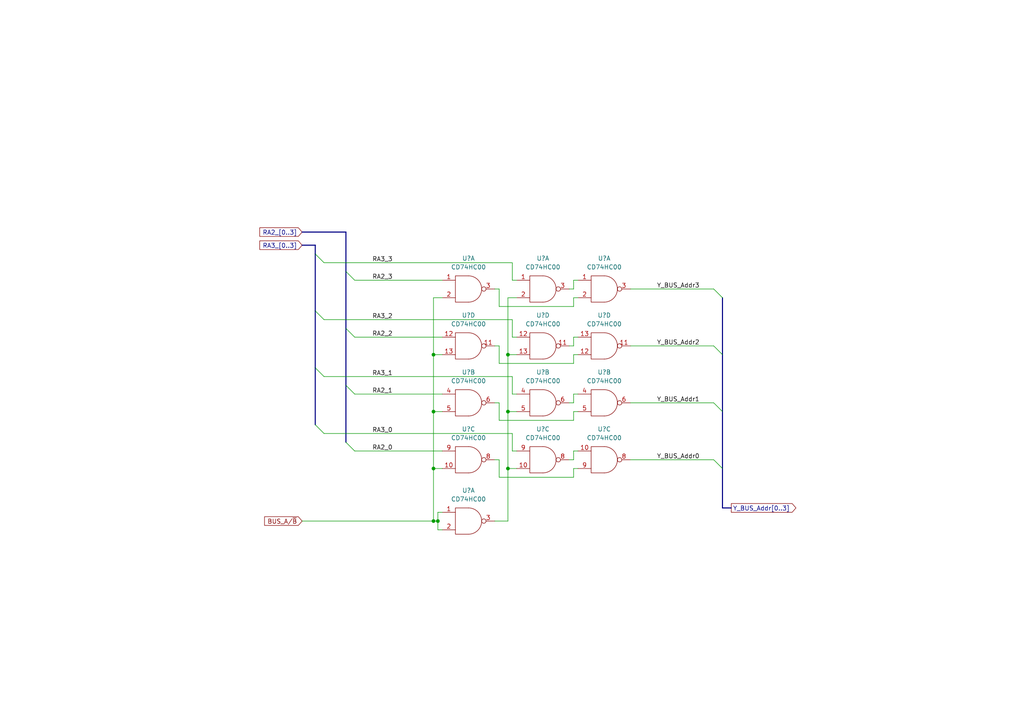
<source format=kicad_sch>
(kicad_sch (version 20211123) (generator eeschema)
  (paper "A4")
  (lib_symbols
    (symbol "CD74HCxx:CD74HC00" (pin_names (offset 0.762))
      (property "Reference" "U" (at -2.54 6.985 0))
      (property "Value" "CD74HC00" (at 1.27 5.08 0))
      (symbol "CD74HC00_0_0"
        (pin power_in line (at -2.54 2.54 0) (length 0) hide (name "VCC") (number "14"))
        (pin power_in line (at -2.54 -2.54 0) (length 0) hide (name "GND") (number "7"))
      )
      (symbol "CD74HC00_0_1"
        (arc (start 0 -3.81) (mid 3.81 0) (end 0 3.81))
        (polyline (pts (xy 0 3.81) (xy -3.81 3.81) (xy -3.81 -3.81) (xy 0 -3.81)))
      )
      (symbol "CD74HC00_0_2"
        (arc (start -4.445 -3.81) (mid -3.175 0) (end -4.445 3.81))
        (arc (start -3.175 -3.81) (mid 0.803 -2.7954) (end 3.81 0))
        (polyline (pts (xy -4.445 -3.81) (xy -3.175 -3.81)))
        (polyline (pts (xy -4.445 3.81) (xy -3.175 3.81)))
        (arc (start 3.81 0) (mid 0.8099 2.8117) (end -3.175 3.81))
      )
      (symbol "CD74HC00_1_1"
        (pin input line (at -7.62 2.54 0) (length 3.81) (name "~") (number "1"))
        (pin input line (at -7.62 -2.54 0) (length 3.81) (name "~") (number "2"))
        (pin output inverted (at 7.62 0 180) (length 3.81) (name "~") (number "3"))
      )
      (symbol "CD74HC00_1_2"
        (pin input inverted (at -7.62 2.54 0) (length 3.81) (name "~") (number "1"))
        (pin input inverted (at -7.62 -2.54 0) (length 3.81) (name "~") (number "2"))
        (pin output line (at 7.62 0 180) (length 3.81) (name "~") (number "3"))
      )
      (symbol "CD74HC00_2_1"
        (pin input line (at -7.62 2.54 0) (length 3.81) (name "~") (number "4"))
        (pin input line (at -7.62 -2.54 0) (length 3.81) (name "~") (number "5"))
        (pin output inverted (at 7.62 0 180) (length 3.81) (name "~") (number "6"))
      )
      (symbol "CD74HC00_2_2"
        (pin input inverted (at -7.62 2.54 0) (length 3.81) (name "~") (number "4"))
        (pin input inverted (at -7.62 -2.54 0) (length 3.81) (name "~") (number "5"))
        (pin output line (at 7.62 0 180) (length 3.81) (name "~") (number "6"))
      )
      (symbol "CD74HC00_3_1"
        (pin input line (at -7.62 -2.54 0) (length 3.81) (name "~") (number "10"))
        (pin output inverted (at 7.62 0 180) (length 3.81) (name "~") (number "8"))
        (pin input line (at -7.62 2.54 0) (length 3.81) (name "~") (number "9"))
      )
      (symbol "CD74HC00_3_2"
        (pin input inverted (at -7.62 -2.54 0) (length 3.81) (name "~") (number "10"))
        (pin output line (at 7.62 0 180) (length 3.81) (name "~") (number "8"))
        (pin input inverted (at -7.62 2.54 0) (length 3.81) (name "~") (number "9"))
      )
      (symbol "CD74HC00_4_1"
        (pin output inverted (at 7.62 0 180) (length 3.81) (name "~") (number "11"))
        (pin input line (at -7.62 2.54 0) (length 3.81) (name "~") (number "12"))
        (pin input line (at -7.62 -2.54 0) (length 3.81) (name "~") (number "13"))
      )
      (symbol "CD74HC00_4_2"
        (pin output line (at 7.62 0 180) (length 3.81) (name "~") (number "11"))
        (pin input inverted (at -7.62 2.54 0) (length 3.81) (name "~") (number "12"))
        (pin input inverted (at -7.62 -2.54 0) (length 3.81) (name "~") (number "13"))
      )
    )
  )
  (junction (at 147.32 135.89))
  (junction (at 125.73 102.87))
  (junction (at 125.73 135.89))
  (junction (at 125.73 151.13))
  (junction (at 147.32 119.38))
  (junction (at 125.73 119.38))
  (junction (at 147.32 102.87))
  (junction (at 127 151.13))
  (bus_entry (at 207.01 133.35) (size 2.54 2.54))
  (bus_entry (at 93.98 92.71) (size -2.54 -2.54))
  (bus_entry (at 93.98 109.22) (size -2.54 -2.54))
  (bus_entry (at 207.01 100.33) (size 2.54 2.54))
  (bus_entry (at 207.01 116.84) (size 2.54 2.54))
  (bus_entry (at 207.01 83.82) (size 2.54 2.54))
  (bus_entry (at 102.87 81.28) (size -2.54 -2.54))
  (bus_entry (at 93.98 125.73) (size -2.54 -2.54))
  (bus_entry (at 102.87 130.81) (size -2.54 -2.54))
  (bus_entry (at 102.87 114.3) (size -2.54 -2.54))
  (bus_entry (at 93.98 76.2) (size -2.54 -2.54))
  (bus_entry (at 102.87 97.79) (size -2.54 -2.54))
  (bus (pts (xy 87.63 71.12) (xy 91.44 71.12)))
  (wire (pts (xy 144.78 100.33) (xy 144.78 105.41)))
  (bus (pts (xy 91.44 90.17) (xy 91.44 106.68)))
  (bus (pts (xy 91.44 73.66) (xy 91.44 71.12)))
  (bus (pts (xy 209.55 147.32) (xy 212.09 147.32)))
  (wire (pts (xy 127 153.67) (xy 128.27 153.67)))
  (wire (pts (xy 182.88 116.84) (xy 207.01 116.84)))
  (wire (pts (xy 148.59 97.79) (xy 148.59 92.71)))
  (wire (pts (xy 166.37 81.28) (xy 167.64 81.28)))
  (wire (pts (xy 147.32 102.87) (xy 147.32 119.38)))
  (wire (pts (xy 87.63 151.13) (xy 125.73 151.13)))
  (wire (pts (xy 144.78 121.92) (xy 166.37 121.92)))
  (wire (pts (xy 182.88 133.35) (xy 207.01 133.35)))
  (bus (pts (xy 209.55 102.87) (xy 209.55 86.36)))
  (wire (pts (xy 125.73 86.36) (xy 128.27 86.36)))
  (wire (pts (xy 143.51 100.33) (xy 144.78 100.33)))
  (wire (pts (xy 166.37 114.3) (xy 167.64 114.3)))
  (wire (pts (xy 102.87 81.28) (xy 128.27 81.28)))
  (wire (pts (xy 166.37 133.35) (xy 166.37 130.81)))
  (wire (pts (xy 143.51 133.35) (xy 144.78 133.35)))
  (wire (pts (xy 149.86 81.28) (xy 148.59 81.28)))
  (wire (pts (xy 165.1 133.35) (xy 166.37 133.35)))
  (wire (pts (xy 166.37 88.9) (xy 166.37 86.36)))
  (wire (pts (xy 125.73 102.87) (xy 125.73 119.38)))
  (bus (pts (xy 87.63 67.31) (xy 100.33 67.31)))
  (wire (pts (xy 93.98 76.2) (xy 148.59 76.2)))
  (wire (pts (xy 148.59 114.3) (xy 148.59 109.22)))
  (bus (pts (xy 100.33 78.74) (xy 100.33 95.25)))
  (wire (pts (xy 125.73 119.38) (xy 125.73 135.89)))
  (bus (pts (xy 209.55 119.38) (xy 209.55 102.87)))
  (wire (pts (xy 102.87 97.79) (xy 128.27 97.79)))
  (wire (pts (xy 143.51 116.84) (xy 144.78 116.84)))
  (wire (pts (xy 143.51 151.13) (xy 147.32 151.13)))
  (wire (pts (xy 166.37 121.92) (xy 166.37 119.38)))
  (wire (pts (xy 166.37 119.38) (xy 167.64 119.38)))
  (wire (pts (xy 166.37 83.82) (xy 166.37 81.28)))
  (wire (pts (xy 147.32 135.89) (xy 149.86 135.89)))
  (wire (pts (xy 147.32 86.36) (xy 149.86 86.36)))
  (wire (pts (xy 149.86 97.79) (xy 148.59 97.79)))
  (wire (pts (xy 148.59 81.28) (xy 148.59 76.2)))
  (wire (pts (xy 102.87 114.3) (xy 128.27 114.3)))
  (wire (pts (xy 93.98 92.71) (xy 148.59 92.71)))
  (wire (pts (xy 166.37 100.33) (xy 166.37 97.79)))
  (wire (pts (xy 144.78 105.41) (xy 166.37 105.41)))
  (wire (pts (xy 182.88 100.33) (xy 207.01 100.33)))
  (wire (pts (xy 147.32 86.36) (xy 147.32 102.87)))
  (wire (pts (xy 144.78 116.84) (xy 144.78 121.92)))
  (wire (pts (xy 147.32 119.38) (xy 147.32 135.89)))
  (wire (pts (xy 125.73 86.36) (xy 125.73 102.87)))
  (wire (pts (xy 127 151.13) (xy 127 153.67)))
  (wire (pts (xy 125.73 135.89) (xy 128.27 135.89)))
  (bus (pts (xy 100.33 67.31) (xy 100.33 78.74)))
  (wire (pts (xy 148.59 130.81) (xy 148.59 125.73)))
  (wire (pts (xy 166.37 97.79) (xy 167.64 97.79)))
  (wire (pts (xy 149.86 130.81) (xy 148.59 130.81)))
  (wire (pts (xy 166.37 105.41) (xy 166.37 102.87)))
  (wire (pts (xy 143.51 83.82) (xy 144.78 83.82)))
  (wire (pts (xy 125.73 102.87) (xy 128.27 102.87)))
  (wire (pts (xy 165.1 83.82) (xy 166.37 83.82)))
  (wire (pts (xy 147.32 135.89) (xy 147.32 151.13)))
  (wire (pts (xy 165.1 100.33) (xy 166.37 100.33)))
  (wire (pts (xy 166.37 102.87) (xy 167.64 102.87)))
  (wire (pts (xy 166.37 130.81) (xy 167.64 130.81)))
  (wire (pts (xy 144.78 88.9) (xy 166.37 88.9)))
  (wire (pts (xy 93.98 125.73) (xy 148.59 125.73)))
  (wire (pts (xy 102.87 130.81) (xy 128.27 130.81)))
  (wire (pts (xy 166.37 135.89) (xy 167.64 135.89)))
  (wire (pts (xy 93.98 109.22) (xy 148.59 109.22)))
  (wire (pts (xy 149.86 114.3) (xy 148.59 114.3)))
  (wire (pts (xy 165.1 116.84) (xy 166.37 116.84)))
  (wire (pts (xy 125.73 151.13) (xy 127 151.13)))
  (wire (pts (xy 127 148.59) (xy 127 151.13)))
  (bus (pts (xy 100.33 95.25) (xy 100.33 111.76)))
  (wire (pts (xy 125.73 135.89) (xy 125.73 151.13)))
  (wire (pts (xy 166.37 138.43) (xy 166.37 135.89)))
  (bus (pts (xy 100.33 111.76) (xy 100.33 128.27)))
  (wire (pts (xy 144.78 138.43) (xy 166.37 138.43)))
  (wire (pts (xy 144.78 133.35) (xy 144.78 138.43)))
  (wire (pts (xy 147.32 119.38) (xy 149.86 119.38)))
  (bus (pts (xy 91.44 106.68) (xy 91.44 123.19)))
  (wire (pts (xy 144.78 83.82) (xy 144.78 88.9)))
  (wire (pts (xy 128.27 148.59) (xy 127 148.59)))
  (bus (pts (xy 91.44 73.66) (xy 91.44 90.17)))
  (wire (pts (xy 166.37 116.84) (xy 166.37 114.3)))
  (bus (pts (xy 209.55 135.89) (xy 209.55 119.38)))
  (bus (pts (xy 209.55 147.32) (xy 209.55 135.89)))
  (wire (pts (xy 125.73 119.38) (xy 128.27 119.38)))
  (wire (pts (xy 166.37 86.36) (xy 167.64 86.36)))
  (wire (pts (xy 182.88 83.82) (xy 207.01 83.82)))
  (wire (pts (xy 147.32 102.87) (xy 149.86 102.87)))
  (label "RA2_0" (at 107.95 130.81 0))
  (label "RA3_3" (at 107.95 76.2 0))
  (label "RA3_1" (at 107.95 109.22 0))
  (label "RA3_0" (at 107.95 125.73 0))
  (label "Y_BUS_Addr3" (at 190.5 83.82 0))
  (label "Y_BUS_Addr2" (at 190.5 100.33 0))
  (label "Y_BUS_Addr1" (at 190.5 116.84 0))
  (label "RA2_1" (at 107.95 114.3 0))
  (label "RA2_2" (at 107.95 97.79 0))
  (label "RA3_2" (at 107.95 92.71 0))
  (label "RA2_3" (at 107.95 81.28 0))
  (label "Y_BUS_Addr0" (at 190.5 133.35 0))
  (global_label "Y_BUS_Addr[0..3]" (shape output) (at 212.09 147.32 0) (property "Intersheet References" "${INTERSHEET_REFS}" (effects hide)))
  (global_label "RA2_[0..3]" (shape input) (at 87.63 67.31 180) (property "Intersheet References" "${INTERSHEET_REFS}" (effects hide)))
  (global_label "RA3_[0..3]" (shape input) (at 87.63 71.12 180) (property "Intersheet References" "${INTERSHEET_REFS}" (effects hide)))
  (global_label "BUS_A{slash}~{B}" (shape input) (at 87.63 151.13 180) (property "Intersheet References" "${INTERSHEET_REFS}" (effects hide)))
  (symbol (lib_id "CD74HCxx:CD74HC00") (at 135.89 116.84 0) (unit 2)
    (property "Reference" "U?" (at 135.89 107.95 0))
    (property "Value" "CD74HC00" (at 135.89 110.49 0))
    (property "Footprint" "Package_DIP:DIP-14_W7.62mm" (effects hide))
  )
  (symbol (lib_id "CD74HCxx:CD74HC00") (at 175.26 83.82 0) (unit 1)
    (property "Reference" "U?" (at 175.26 74.93 0))
    (property "Value" "CD74HC00" (at 175.26 77.47 0))
    (property "Footprint" "Package_DIP:DIP-14_W7.62mm" (effects hide))
  )
  (symbol (lib_id "CD74HCxx:CD74HC00") (at 135.89 100.33 0) (unit 4)
    (property "Reference" "U?" (at 135.89 91.44 0))
    (property "Value" "CD74HC00" (at 135.89 93.98 0))
    (property "Footprint" "Package_DIP:DIP-14_W7.62mm" (effects hide))
  )
  (symbol (lib_id "CD74HCxx:CD74HC00") (at 175.26 133.35 0) (mirror x) (unit 3)
    (property "Reference" "U?" (at 175.26 124.46 0))
    (property "Value" "CD74HC00" (at 175.26 127 0))
    (property "Footprint" "Package_DIP:DIP-14_W7.62mm" (effects hide))
  )
  (symbol (lib_id "CD74HCxx:CD74HC00") (at 157.48 100.33 0) (unit 4)
    (property "Reference" "U?" (at 157.48 91.44 0))
    (property "Value" "CD74HC00" (at 157.48 93.98 0))
    (property "Footprint" "Package_DIP:DIP-14_W7.62mm" (effects hide))
  )
  (symbol (lib_id "CD74HCxx:CD74HC00") (at 157.48 116.84 0) (unit 2)
    (property "Reference" "U?" (at 157.48 107.95 0))
    (property "Value" "CD74HC00" (at 157.48 110.49 0))
    (property "Footprint" "Package_DIP:DIP-14_W7.62mm" (effects hide))
  )
  (symbol (lib_id "CD74HCxx:CD74HC00") (at 157.48 83.82 0) (unit 1)
    (property "Reference" "U?" (at 157.48 74.93 0))
    (property "Value" "CD74HC00" (at 157.48 77.47 0))
    (property "Footprint" "Package_DIP:DIP-14_W7.62mm" (effects hide))
  )
  (symbol (lib_id "CD74HCxx:CD74HC00") (at 157.48 133.35 0) (unit 3)
    (property "Reference" "U?" (at 157.48 124.46 0))
    (property "Value" "CD74HC00" (at 157.48 127 0))
    (property "Footprint" "Package_DIP:DIP-14_W7.62mm" (effects hide))
  )
  (symbol (lib_id "CD74HCxx:CD74HC00") (at 175.26 100.33 0) (mirror x) (unit 4)
    (property "Reference" "U?" (at 175.26 91.44 0))
    (property "Value" "CD74HC00" (at 175.26 93.98 0))
    (property "Footprint" "Package_DIP:DIP-14_W7.62mm" (effects hide))
  )
  (symbol (lib_id "CD74HCxx:CD74HC00") (at 135.89 133.35 0) (unit 3)
    (property "Reference" "U?" (at 135.89 124.46 0))
    (property "Value" "CD74HC00" (at 135.89 127 0))
    (property "Footprint" "Package_DIP:DIP-14_W7.62mm" (effects hide))
  )
  (symbol (lib_id "CD74HCxx:CD74HC00") (at 135.89 83.82 0) (unit 1)
    (property "Reference" "U?" (at 135.89 74.93 0))
    (property "Value" "CD74HC00" (at 135.89 77.47 0))
    (property "Footprint" "Package_DIP:DIP-14_W7.62mm" (effects hide))
  )
  (symbol (lib_id "CD74HCxx:CD74HC00") (at 135.89 151.13 0) (unit 1)
    (property "Reference" "U?" (at 135.89 142.24 0))
    (property "Value" "CD74HC00" (at 135.89 144.78 0))
    (property "Footprint" "Package_DIP:DIP-14_W7.62mm" (effects hide))
  )
  (symbol (lib_id "CD74HCxx:CD74HC00") (at 175.26 116.84 0) (unit 2)
    (property "Reference" "U?" (at 175.26 107.95 0))
    (property "Value" "CD74HC00" (at 175.26 110.49 0))
    (property "Footprint" "Package_DIP:DIP-14_W7.62mm" (effects hide))
  )
)
</source>
